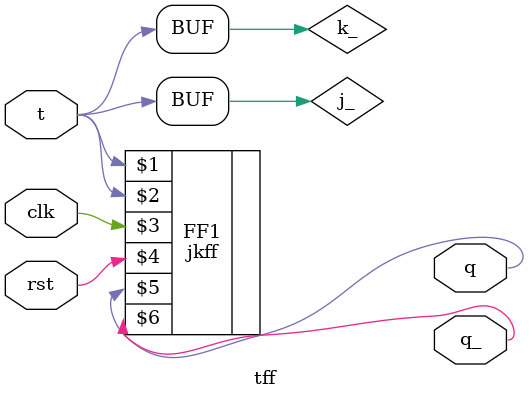
<source format=v>
`timescale 1ns / 1ps


module tff(
    input t,clk,rst,
    output q, q_
    );
    
    wire j_, k_;
    assign j_ = t;
    assign k_ = t;
    
    jkff FF1(j_, k_, clk, rst, q, q_);
    
endmodule

</source>
